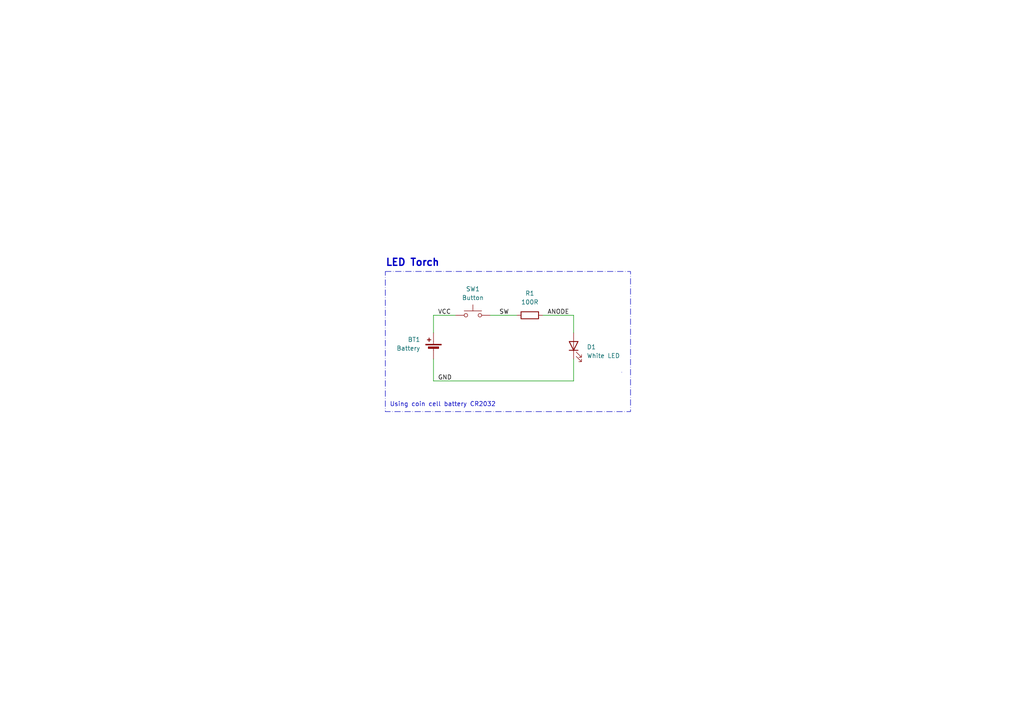
<source format=kicad_sch>
(kicad_sch (version 20230121) (generator eeschema)

  (uuid c27058e6-b961-41bd-91ad-36ef4cbf9bb3)

  (paper "A4")

  (title_block
    (title "LED Torch")
    (date "2023-11-19")
    (rev "A")
    (company "Project 1 of KiCad Like a Pro")
  )

  (lib_symbols
    (symbol "Device:Battery_Cell" (pin_numbers hide) (pin_names (offset 0) hide) (in_bom yes) (on_board yes)
      (property "Reference" "BT" (at 2.54 2.54 0)
        (effects (font (size 1.27 1.27)) (justify left))
      )
      (property "Value" "Battery_Cell" (at 2.54 0 0)
        (effects (font (size 1.27 1.27)) (justify left))
      )
      (property "Footprint" "" (at 0 1.524 90)
        (effects (font (size 1.27 1.27)) hide)
      )
      (property "Datasheet" "~" (at 0 1.524 90)
        (effects (font (size 1.27 1.27)) hide)
      )
      (property "ki_keywords" "battery cell" (at 0 0 0)
        (effects (font (size 1.27 1.27)) hide)
      )
      (property "ki_description" "Single-cell battery" (at 0 0 0)
        (effects (font (size 1.27 1.27)) hide)
      )
      (symbol "Battery_Cell_0_1"
        (rectangle (start -2.286 1.778) (end 2.286 1.524)
          (stroke (width 0) (type default))
          (fill (type outline))
        )
        (rectangle (start -1.524 1.016) (end 1.524 0.508)
          (stroke (width 0) (type default))
          (fill (type outline))
        )
        (polyline
          (pts
            (xy 0 0.762)
            (xy 0 0)
          )
          (stroke (width 0) (type default))
          (fill (type none))
        )
        (polyline
          (pts
            (xy 0 1.778)
            (xy 0 2.54)
          )
          (stroke (width 0) (type default))
          (fill (type none))
        )
        (polyline
          (pts
            (xy 0.762 3.048)
            (xy 1.778 3.048)
          )
          (stroke (width 0.254) (type default))
          (fill (type none))
        )
        (polyline
          (pts
            (xy 1.27 3.556)
            (xy 1.27 2.54)
          )
          (stroke (width 0.254) (type default))
          (fill (type none))
        )
      )
      (symbol "Battery_Cell_1_1"
        (pin passive line (at 0 5.08 270) (length 2.54)
          (name "+" (effects (font (size 1.27 1.27))))
          (number "1" (effects (font (size 1.27 1.27))))
        )
        (pin passive line (at 0 -2.54 90) (length 2.54)
          (name "-" (effects (font (size 1.27 1.27))))
          (number "2" (effects (font (size 1.27 1.27))))
        )
      )
    )
    (symbol "Device:LED" (pin_numbers hide) (pin_names (offset 1.016) hide) (in_bom yes) (on_board yes)
      (property "Reference" "D" (at 0 2.54 0)
        (effects (font (size 1.27 1.27)))
      )
      (property "Value" "LED" (at 0 -2.54 0)
        (effects (font (size 1.27 1.27)))
      )
      (property "Footprint" "" (at 0 0 0)
        (effects (font (size 1.27 1.27)) hide)
      )
      (property "Datasheet" "~" (at 0 0 0)
        (effects (font (size 1.27 1.27)) hide)
      )
      (property "ki_keywords" "LED diode" (at 0 0 0)
        (effects (font (size 1.27 1.27)) hide)
      )
      (property "ki_description" "Light emitting diode" (at 0 0 0)
        (effects (font (size 1.27 1.27)) hide)
      )
      (property "ki_fp_filters" "LED* LED_SMD:* LED_THT:*" (at 0 0 0)
        (effects (font (size 1.27 1.27)) hide)
      )
      (symbol "LED_0_1"
        (polyline
          (pts
            (xy -1.27 -1.27)
            (xy -1.27 1.27)
          )
          (stroke (width 0.254) (type default))
          (fill (type none))
        )
        (polyline
          (pts
            (xy -1.27 0)
            (xy 1.27 0)
          )
          (stroke (width 0) (type default))
          (fill (type none))
        )
        (polyline
          (pts
            (xy 1.27 -1.27)
            (xy 1.27 1.27)
            (xy -1.27 0)
            (xy 1.27 -1.27)
          )
          (stroke (width 0.254) (type default))
          (fill (type none))
        )
        (polyline
          (pts
            (xy -3.048 -0.762)
            (xy -4.572 -2.286)
            (xy -3.81 -2.286)
            (xy -4.572 -2.286)
            (xy -4.572 -1.524)
          )
          (stroke (width 0) (type default))
          (fill (type none))
        )
        (polyline
          (pts
            (xy -1.778 -0.762)
            (xy -3.302 -2.286)
            (xy -2.54 -2.286)
            (xy -3.302 -2.286)
            (xy -3.302 -1.524)
          )
          (stroke (width 0) (type default))
          (fill (type none))
        )
      )
      (symbol "LED_1_1"
        (pin passive line (at -3.81 0 0) (length 2.54)
          (name "K" (effects (font (size 1.27 1.27))))
          (number "1" (effects (font (size 1.27 1.27))))
        )
        (pin passive line (at 3.81 0 180) (length 2.54)
          (name "A" (effects (font (size 1.27 1.27))))
          (number "2" (effects (font (size 1.27 1.27))))
        )
      )
    )
    (symbol "Device:R" (pin_numbers hide) (pin_names (offset 0)) (in_bom yes) (on_board yes)
      (property "Reference" "R" (at 2.032 0 90)
        (effects (font (size 1.27 1.27)))
      )
      (property "Value" "R" (at 0 0 90)
        (effects (font (size 1.27 1.27)))
      )
      (property "Footprint" "" (at -1.778 0 90)
        (effects (font (size 1.27 1.27)) hide)
      )
      (property "Datasheet" "~" (at 0 0 0)
        (effects (font (size 1.27 1.27)) hide)
      )
      (property "ki_keywords" "R res resistor" (at 0 0 0)
        (effects (font (size 1.27 1.27)) hide)
      )
      (property "ki_description" "Resistor" (at 0 0 0)
        (effects (font (size 1.27 1.27)) hide)
      )
      (property "ki_fp_filters" "R_*" (at 0 0 0)
        (effects (font (size 1.27 1.27)) hide)
      )
      (symbol "R_0_1"
        (rectangle (start -1.016 -2.54) (end 1.016 2.54)
          (stroke (width 0.254) (type default))
          (fill (type none))
        )
      )
      (symbol "R_1_1"
        (pin passive line (at 0 3.81 270) (length 1.27)
          (name "~" (effects (font (size 1.27 1.27))))
          (number "1" (effects (font (size 1.27 1.27))))
        )
        (pin passive line (at 0 -3.81 90) (length 1.27)
          (name "~" (effects (font (size 1.27 1.27))))
          (number "2" (effects (font (size 1.27 1.27))))
        )
      )
    )
    (symbol "Switch:SW_Push" (pin_numbers hide) (pin_names (offset 1.016) hide) (in_bom yes) (on_board yes)
      (property "Reference" "SW" (at 1.27 2.54 0)
        (effects (font (size 1.27 1.27)) (justify left))
      )
      (property "Value" "SW_Push" (at 0 -1.524 0)
        (effects (font (size 1.27 1.27)))
      )
      (property "Footprint" "" (at 0 5.08 0)
        (effects (font (size 1.27 1.27)) hide)
      )
      (property "Datasheet" "~" (at 0 5.08 0)
        (effects (font (size 1.27 1.27)) hide)
      )
      (property "ki_keywords" "switch normally-open pushbutton push-button" (at 0 0 0)
        (effects (font (size 1.27 1.27)) hide)
      )
      (property "ki_description" "Push button switch, generic, two pins" (at 0 0 0)
        (effects (font (size 1.27 1.27)) hide)
      )
      (symbol "SW_Push_0_1"
        (circle (center -2.032 0) (radius 0.508)
          (stroke (width 0) (type default))
          (fill (type none))
        )
        (polyline
          (pts
            (xy 0 1.27)
            (xy 0 3.048)
          )
          (stroke (width 0) (type default))
          (fill (type none))
        )
        (polyline
          (pts
            (xy 2.54 1.27)
            (xy -2.54 1.27)
          )
          (stroke (width 0) (type default))
          (fill (type none))
        )
        (circle (center 2.032 0) (radius 0.508)
          (stroke (width 0) (type default))
          (fill (type none))
        )
        (pin passive line (at -5.08 0 0) (length 2.54)
          (name "1" (effects (font (size 1.27 1.27))))
          (number "1" (effects (font (size 1.27 1.27))))
        )
        (pin passive line (at 5.08 0 180) (length 2.54)
          (name "2" (effects (font (size 1.27 1.27))))
          (number "2" (effects (font (size 1.27 1.27))))
        )
      )
    )
  )


  (wire (pts (xy 166.37 91.44) (xy 166.37 96.52))
    (stroke (width 0) (type default))
    (uuid 5d7bcdfb-c2fa-4ab0-9b80-d1c88c625d9b)
  )
  (wire (pts (xy 157.48 91.44) (xy 166.37 91.44))
    (stroke (width 0) (type default))
    (uuid 70e8db14-3c27-48eb-9b0b-4dc39e13129e)
  )
  (wire (pts (xy 125.73 96.52) (xy 125.73 91.44))
    (stroke (width 0) (type default))
    (uuid 9395ba17-341f-4f6a-99ef-3952ddc9b85e)
  )
  (wire (pts (xy 142.24 91.44) (xy 149.86 91.44))
    (stroke (width 0) (type default))
    (uuid 99420039-b794-46f7-ab10-08fb8523301e)
  )
  (wire (pts (xy 166.37 110.49) (xy 125.73 110.49))
    (stroke (width 0) (type default))
    (uuid d1027921-6554-495d-9d4e-07046b68e6da)
  )
  (wire (pts (xy 125.73 91.44) (xy 132.08 91.44))
    (stroke (width 0) (type default))
    (uuid e265d236-b510-4e3a-90ea-70e7c7104038)
  )
  (wire (pts (xy 166.37 104.14) (xy 166.37 110.49))
    (stroke (width 0) (type default))
    (uuid f10b819b-9ec1-4430-8f5c-f26a32e0212c)
  )
  (wire (pts (xy 125.73 110.49) (xy 125.73 104.14))
    (stroke (width 0) (type default))
    (uuid f2580640-88ce-459d-a30a-9fe5e79895fb)
  )

  (rectangle (start 180.34 107.95) (end 180.34 107.95)
    (stroke (width 0) (type default))
    (fill (type none))
    (uuid 151fa223-d713-42f5-b580-22787523247f)
  )
  (rectangle (start 111.76 78.74) (end 182.88 119.38)
    (stroke (width 0) (type dash_dot))
    (fill (type none))
    (uuid b7c2baa9-022d-4e81-a43d-25de314acf2e)
  )

  (text "Using coin cell battery CR2032" (at 113.03 118.11 0)
    (effects (font (size 1.27 1.27)) (justify left bottom))
    (uuid 0d5a8313-96a9-47ab-8959-a4da21c83ef3)
  )
  (text "LED Torch" (at 111.76 77.47 0)
    (effects (font (size 2.032 2.032) (thickness 0.4064) bold) (justify left bottom))
    (uuid 66084ccb-4198-411d-b7af-45d0eb17b548)
  )

  (label "SW" (at 144.78 91.44 0) (fields_autoplaced)
    (effects (font (size 1.27 1.27)) (justify left bottom))
    (uuid 2fd78387-f68f-47ea-85d4-4779e7257697)
  )
  (label "ANODE" (at 158.75 91.44 0) (fields_autoplaced)
    (effects (font (size 1.27 1.27)) (justify left bottom))
    (uuid 39ca25b7-361d-4ab5-b6e3-46dd01986868)
  )
  (label "VCC" (at 127 91.44 0) (fields_autoplaced)
    (effects (font (size 1.27 1.27)) (justify left bottom))
    (uuid 6162af65-2c41-4c1d-a341-524001dca70f)
  )
  (label "GND" (at 127 110.49 0) (fields_autoplaced)
    (effects (font (size 1.27 1.27)) (justify left bottom))
    (uuid 7de9d727-6dfc-4239-9bdf-28da51491667)
  )

  (symbol (lib_id "Device:Battery_Cell") (at 125.73 101.6 0) (mirror y) (unit 1)
    (in_bom yes) (on_board yes) (dnp no)
    (uuid 03222540-4a22-4b96-bb69-b7b13d5b9e63)
    (property "Reference" "BT1" (at 121.92 98.4885 0)
      (effects (font (size 1.27 1.27)) (justify left))
    )
    (property "Value" "Battery" (at 121.92 101.0285 0)
      (effects (font (size 1.27 1.27)) (justify left))
    )
    (property "Footprint" "Battery:BatteryHolder_Keystone_103_1x20mm" (at 125.73 100.076 90)
      (effects (font (size 1.27 1.27)) hide)
    )
    (property "Datasheet" "https://www.eletrogate.com/suporte-para-bateria-cr2032-cr2025-e-cr2016" (at 125.73 100.076 90)
      (effects (font (size 1.27 1.27)) hide)
    )
    (pin "1" (uuid cb68b31a-3d64-4f1a-9201-5e3409c1afba))
    (pin "2" (uuid 27c7bd23-7c7e-44f8-a6c2-1d3623a389b0))
    (instances
      (project "led_torch"
        (path "/c27058e6-b961-41bd-91ad-36ef4cbf9bb3"
          (reference "BT1") (unit 1)
        )
      )
    )
  )

  (symbol (lib_id "Switch:SW_Push") (at 137.16 91.44 0) (unit 1)
    (in_bom yes) (on_board yes) (dnp no) (fields_autoplaced)
    (uuid 11588a6c-51ad-4b86-ae01-96023602e173)
    (property "Reference" "SW1" (at 137.16 83.82 0)
      (effects (font (size 1.27 1.27)))
    )
    (property "Value" "Button" (at 137.16 86.36 0)
      (effects (font (size 1.27 1.27)))
    )
    (property "Footprint" "Button_Switch_THT:SW_TH_Tactile_Omron_B3F-10xx" (at 137.16 86.36 0)
      (effects (font (size 1.27 1.27)) hide)
    )
    (property "Datasheet" "~" (at 137.16 86.36 0)
      (effects (font (size 1.27 1.27)) hide)
    )
    (pin "1" (uuid c351ec96-a93e-4dcf-a893-d24b4bdb23fc))
    (pin "2" (uuid 84cebe78-2693-4c4a-a28b-e4bdc0b57580))
    (instances
      (project "led_torch"
        (path "/c27058e6-b961-41bd-91ad-36ef4cbf9bb3"
          (reference "SW1") (unit 1)
        )
      )
    )
  )

  (symbol (lib_id "Device:R") (at 153.67 91.44 90) (unit 1)
    (in_bom yes) (on_board yes) (dnp no) (fields_autoplaced)
    (uuid b5721c5e-f4b0-48a1-b61a-fb869577d939)
    (property "Reference" "R1" (at 153.67 85.09 90)
      (effects (font (size 1.27 1.27)))
    )
    (property "Value" "100R" (at 153.67 87.63 90)
      (effects (font (size 1.27 1.27)))
    )
    (property "Footprint" "Resistor_THT:R_Axial_DIN0204_L3.6mm_D1.6mm_P7.62mm_Horizontal" (at 153.67 93.218 90)
      (effects (font (size 1.27 1.27)) hide)
    )
    (property "Datasheet" "~" (at 153.67 91.44 0)
      (effects (font (size 1.27 1.27)) hide)
    )
    (pin "1" (uuid 2ad361ff-fb44-418e-b9dc-ac98f74101d7))
    (pin "2" (uuid 1797183e-c709-46f6-a452-563d30063130))
    (instances
      (project "led_torch"
        (path "/c27058e6-b961-41bd-91ad-36ef4cbf9bb3"
          (reference "R1") (unit 1)
        )
      )
    )
  )

  (symbol (lib_id "Device:LED") (at 166.37 100.33 90) (unit 1)
    (in_bom yes) (on_board yes) (dnp no) (fields_autoplaced)
    (uuid bc12f667-ea47-4c38-b5e0-e793e7069669)
    (property "Reference" "D1" (at 170.18 100.6475 90)
      (effects (font (size 1.27 1.27)) (justify right))
    )
    (property "Value" "White LED" (at 170.18 103.1875 90)
      (effects (font (size 1.27 1.27)) (justify right))
    )
    (property "Footprint" "LED_THT:LED_D5.0mm_Horizontal_O1.27mm_Z3.0mm_Clear" (at 166.37 100.33 0)
      (effects (font (size 1.27 1.27)) hide)
    )
    (property "Datasheet" "https://www.eletrogate.com/led-alto-brilho-5mm-branco" (at 166.37 100.33 0)
      (effects (font (size 1.27 1.27)) hide)
    )
    (pin "1" (uuid 75c8da7c-5215-420e-8bbd-c392e2851596))
    (pin "2" (uuid f6926208-a935-4292-b154-423ac3237185))
    (instances
      (project "led_torch"
        (path "/c27058e6-b961-41bd-91ad-36ef4cbf9bb3"
          (reference "D1") (unit 1)
        )
      )
    )
  )

  (sheet_instances
    (path "/" (page "1"))
  )
)

</source>
